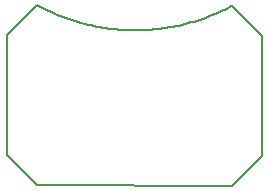
<source format=gbo>
G04 ( created by brdgerber.py ( brdgerber.py v0.1 2014-03-12 ) ) date 2015-06-11 19:44:30 EDT*
G04 Gerber Fmt 3.4, Leading zero omitted, Abs format*
%MOIN*%
%FSLAX34Y34*%
G01*
G70*
G90*
G04 APERTURE LIST*
%ADD12C,0.0000*%
%ADD13C,0.0032*%
%ADD10C,0.0640*%
%ADD24R,0.0550X0.0350*%
%ADD11C,0.0040*%
%ADD20R,0.0787X0.0177*%
%ADD21C,0.0080*%
%ADD29C,0.0472*%
%ADD18C,0.0039*%
%ADD14C,0.0050*%
%ADD15C,0.0059*%
%ADD22C,0.0060*%
%ADD26R,0.3000X0.3000*%
%ADD28C,0.0100*%
%ADD16R,0.0350X0.0550*%
%ADD23C,0.0200*%
%ADD17C,0.0043*%
%ADD27R,0.0800X0.0600*%
%ADD25R,0.2000X0.2000*%
%ADD19R,0.0177X0.0787*%
G04 APERTURE END LIST*
G54D12*
D14*
G01X24255Y-04444D02*
G01X23253Y-05443D01*
D14*
G01X23253Y-05443D02*
G01X23247Y-09443D01*
D14*
G01X23247Y-09443D02*
G01X24245Y-10444D01*
D14*
G01X24245Y-10444D02*
G01X30745Y-10456D01*
D14*
G01X30745Y-10456D02*
G01X31747Y-09457D01*
D14*
G01X31747Y-09457D02*
G01X31753Y-05457D01*
D14*
G01X31753Y-05457D02*
G01X30755Y-04456D01*
D14*
G01X30746Y-04461D02*
G01X30653Y-04510D01*
G01X30558Y-04558D01*
G01X30464Y-04604D01*
G01X30368Y-04649D01*
G01X30271Y-04693D01*
G01X30174Y-04735D01*
G01X30077Y-04775D01*
G01X29979Y-04814D01*
G01X29880Y-04851D01*
G01X29780Y-04887D01*
G01X29680Y-04921D01*
G01X29580Y-04954D01*
G01X29479Y-04985D01*
G01X29377Y-05015D01*
G01X29275Y-05043D01*
G01X29173Y-05069D01*
G01X29070Y-05094D01*
G01X28967Y-05118D01*
G01X28864Y-05139D01*
G01X28760Y-05159D01*
G01X28656Y-05178D01*
G01X28552Y-05195D01*
G01X28447Y-05210D01*
G01X28342Y-05224D01*
G01X28237Y-05236D01*
G01X28132Y-05246D01*
G01X28027Y-05255D01*
G01X27921Y-05262D01*
G01X27816Y-05267D01*
G01X27710Y-05271D01*
G01X27604Y-05273D01*
G01X27499Y-05274D01*
G01X27393Y-05273D01*
G01X27287Y-05270D01*
G01X27182Y-05266D01*
G01X27076Y-05260D01*
G01X26971Y-05252D01*
G01X26865Y-05243D01*
G01X26760Y-05232D01*
G01X26655Y-05219D01*
G01X26551Y-05205D01*
G01X26446Y-05189D01*
G01X26342Y-05172D01*
G01X26238Y-05153D01*
G01X26134Y-05132D01*
G01X26031Y-05110D01*
G01X25928Y-05086D01*
G01X25825Y-05061D01*
G01X25723Y-05034D01*
G01X25621Y-05006D01*
G01X25520Y-04975D01*
G01X25419Y-04944D01*
G01X25319Y-04910D01*
G01X25219Y-04876D01*
G01X25120Y-04839D01*
G01X25021Y-04801D01*
G01X24923Y-04762D01*
G01X24826Y-04721D01*
G01X24729Y-04679D01*
G01X24633Y-04635D01*
G01X24537Y-04589D01*
G01X24442Y-04543D01*
G01X24348Y-04494D01*
G01X24255Y-04444D01*
M02*

</source>
